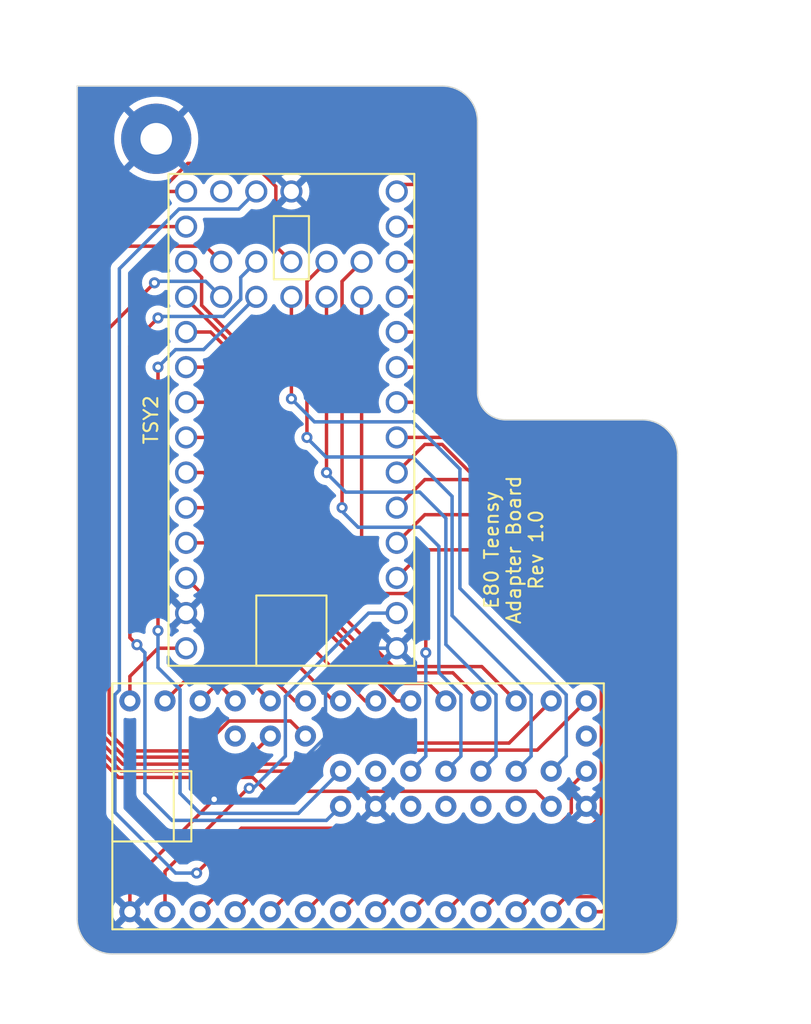
<source format=kicad_pcb>
(kicad_pcb (version 20221018) (generator pcbnew)
  (title_block (title "Teensy 4.0 to 3.2 Pinout Adapter") (date "2023-09-26") (rev "1.0"))
  (layers (0 "F.Cu" signal) (31 "B.Cu" signal) (34 "B.Paste" user) (35 "F.Paste" user) (36 "B.SilkS" user "B.Silkscreen") (37 "F.SilkS" user "F.Silkscreen") (38 "B.Mask" user) (39 "F.Mask" user) (44 "Edge.Cuts" user))
  (net 0 "")
  (net 4 "GND")
  (net 6 "D33")
  (net 7 "D32")
  (net 8 "RX")
  (net 9 "TX")
  (net 10 "BTN")
  (net 11 "1A")
  (net 12 "2A")
  (net 13 "3A")
  (net 14 "4A")
  (net 15 "EF_A")
  (net 16 "EF_B")
  (net 17 "EF_C")
  (net 18 "CS")
  (net 19 "MOSI")
  (net 20 "MISO")
  (net 21 "SCK")
  (net 22 "A0")
  (net 23 "A1")
  (net 24 "A2")
  (net 25 "A3")
  (net 26 "SDA")
  (net 27 "SCL")
  (net 28 "LED")
  (net 29 "I_SENSE")
  (net 30 "6A")
  (net 31 "5A")
  (net 32 "3.3")
  (net 33 "DIOD")
  (net 34 "A10")
  (net 35 "A11")
  (net 37 "PGRM")
  (net 38 "D29")
  (net 39 "D30")
  (net 40 "D31")
  (net 43 "D28")
  (net 44 "A13")
  (net 45 "A12")
  (footprint "MTB_V3:Teensy40" (layer "F.Cu") (at 138.684 91.44 90)
    (fp_text reference "TSY2" (at 0 -10.16 90) (layer "F.SilkS"))
    (fp_text value "Teensy4.0")
    (fp_line (start -17.78 -8.89) (end 17.78 -8.89) (stroke (width 0.15)) (layer "F.SilkS"))
    (fp_line (start -17.78 -2.54) (end -17.78 -2.54) (stroke (width 0.15)) (layer "F.SilkS"))
    (fp_line (start -17.78 2.54) (end -17.78 -2.54) (stroke (width 0.15)) (layer "F.SilkS"))
    (fp_line (start -17.78 2.54) (end -17.78 2.54) (stroke (width 0.15)) (layer "F.SilkS"))
    (fp_line (start -17.78 8.89) (end -17.78 -8.89) (stroke (width 0.15)) (layer "F.SilkS"))
    (fp_line (start -12.7 -2.54) (end -17.78 -2.54) (stroke (width 0.15)) (layer "F.SilkS"))
    (fp_line (start -12.7 2.54) (end -17.78 2.54) (stroke (width 0.15)) (layer "F.SilkS"))
    (fp_line (start -12.7 2.54) (end -12.7 -2.54) (stroke (width 0.15)) (layer "F.SilkS"))
    (fp_line (start 10.16 -1.27) (end 14.732 -1.27) (stroke (width 0.15)) (layer "F.SilkS"))
    (fp_line (start 10.16 1.27) (end 10.16 -1.27) (stroke (width 0.15)) (layer "F.SilkS"))
    (fp_line (start 14.732 -1.27) (end 14.732 1.27) (stroke (width 0.15)) (layer "F.SilkS"))
    (fp_line (start 14.732 1.27) (end 10.16 1.27) (stroke (width 0.15)) (layer "F.SilkS"))
    (fp_line (start 17.78 -8.89) (end 17.78 8.89) (stroke (width 0.15)) (layer "F.SilkS"))
    (fp_line (start 17.78 8.89) (end -17.78 8.89) (stroke (width 0.15)) (layer "F.SilkS"))
    (pad "1" thru_hole circle (at -16.51 7.62 90) (size 1.6 1.6) (drill 1.1) (layers "*.Cu" "*.Mask") (net 4 "GND"))
    (pad "2" thru_hole circle (at -13.97 7.62 90) (size 1.6 1.6) (drill 1.1) (layers "*.Cu" "*.Mask") (net 8 "RX"))
    (pad "3" thru_hole circle (at -11.43 7.62 90) (size 1.6 1.6) (drill 1.1) (layers "*.Cu" "*.Mask") (net 9 "TX"))
    (pad "4" thru_hole circle (at -8.89 7.62 90) (size 1.6 1.6) (drill 1.1) (layers "*.Cu" "*.Mask") (net 10 "BTN"))
    (pad "5" thru_hole circle (at -6.35 7.62 90) (size 1.6 1.6) (drill 1.1) (layers "*.Cu" "*.Mask") (net 11 "1A"))
    (pad "6" thru_hole circle (at -3.81 7.62 90) (size 1.6 1.6) (drill 1.1) (layers "*.Cu" "*.Mask") (net 12 "2A"))
    (pad "7" thru_hole circle (at -1.27 7.62 90) (size 1.6 1.6) (drill 1.1) (layers "*.Cu" "*.Mask") (net 13 "3A"))
    (pad "8" thru_hole circle (at 1.27 7.62 90) (size 1.6 1.6) (drill 1.1) (layers "*.Cu" "*.Mask") (net 14 "4A"))
    (pad "9" thru_hole circle (at 3.81 7.62 90) (size 1.6 1.6) (drill 1.1) (layers "*.Cu" "*.Mask") (net 15 "EF_A"))
    (pad "10" thru_hole circle (at 6.35 7.62 90) (size 1.6 1.6) (drill 1.1) (layers "*.Cu" "*.Mask") (net 16 "EF_B"))
    (pad "11" thru_hole circle (at 8.89 7.62 90) (size 1.6 1.6) (drill 1.1) (layers "*.Cu" "*.Mask") (net 17 "EF_C"))
    (pad "12" thru_hole circle (at 11.43 7.62 90) (size 1.6 1.6) (drill 1.1) (layers "*.Cu" "*.Mask") (net 18 "CS"))
    (pad "13" thru_hole circle (at 13.97 7.62 90) (size 1.6 1.6) (drill 1.1) (layers "*.Cu" "*.Mask") (net 19 "MOSI"))
    (pad "14" thru_hole circle (at 16.51 7.62 90) (size 1.6 1.6) (drill 1.1) (layers "*.Cu" "*.Mask") (net 20 "MISO"))
    (pad "17" thru_hole circle (at 16.51 0 90) (size 1.6 1.6) (drill 1.1) (layers "*.Cu" "*.Mask") (net 4 "GND"))
    (pad "18" thru_hole circle (at 16.51 -2.54 90) (size 1.6 1.6) (drill 1.1) (layers "*.Cu" "*.Mask") (net 37 "PGRM"))
    (pad "19" thru_hole circle (at 16.51 -5.08 90) (size 1.6 1.6) (drill 1.1) (layers "*.Cu" "*.Mask"))
    (pad "20" thru_hole circle (at 16.51 -7.62 90) (size 1.6 1.6) (drill 1.1) (layers "*.Cu" "*.Mask") (net 21 "SCK"))
    (pad "21" thru_hole circle (at 13.97 -7.62 90) (size 1.6 1.6) (drill 1.1) (layers "*.Cu" "*.Mask") (net 22 "A0"))
    (pad "22" thru_hole circle (at 11.43 -7.62 90) (size 1.6 1.6) (drill 1.1) (layers "*.Cu" "*.Mask") (net 23 "A1"))
    (pad "23" thru_hole circle (at 8.89 -7.62 90) (size 1.6 1.6) (drill 1.1) (layers "*.Cu" "*.Mask") (net 24 "A2"))
    (pad "24" thru_hole circle (at 6.35 -7.62 90) (size 1.6 1.6) (drill 1.1) (layers "*.Cu" "*.Mask") (net 25 "A3"))
    (pad "25" thru_hole circle (at 3.81 -7.62 90) (size 1.6 1.6) (drill 1.1) (layers "*.Cu" "*.Mask") (net 26 "SDA"))
    (pad "26" thru_hole circle (at 1.27 -7.62 90) (size 1.6 1.6) (drill 1.1) (layers "*.Cu" "*.Mask") (net 27 "SCL"))
    (pad "27" thru_hole circle (at -1.27 -7.62 90) (size 1.6 1.6) (drill 1.1) (layers "*.Cu" "*.Mask") (net 28 "LED"))
    (pad "28" thru_hole circle (at -3.81 -7.62 90) (size 1.6 1.6) (drill 1.1) (layers "*.Cu" "*.Mask") (net 29 "I_SENSE"))
    (pad "29" thru_hole circle (at -6.35 -7.62 90) (size 1.6 1.6) (drill 1.1) (layers "*.Cu" "*.Mask") (net 30 "6A"))
    (pad "30" thru_hole circle (at -8.89 -7.62 90) (size 1.6 1.6) (drill 1.1) (layers "*.Cu" "*.Mask") (net 31 "5A"))
    (pad "31" thru_hole circle (at -11.43 -7.62 90) (size 1.6 1.6) (drill 1.1) (layers "*.Cu" "*.Mask") (net 32 "3.3"))
    (pad "32" thru_hole circle (at -13.97 -7.62 90) (size 1.6 1.6) (drill 1.1) (layers "*.Cu" "*.Mask") (net 4 "GND"))
    (pad "33" thru_hole circle (at -16.51 -7.62 90) (size 1.6 1.6) (drill 1.1) (layers "*.Cu" "*.Mask") (net 33 "DIOD"))
    (pad "34" thru_hole circle (at 11.43 -5.08 90) (size 1.6 1.6) (drill 1.1) (layers "*.Cu" "*.Mask") (net 34 "A10"))
    (pad "35" thru_hole circle (at 8.89 -5.08 90) (size 1.6 1.6) (drill 1.1) (layers "*.Cu" "*.Mask") (net 35 "A11"))
    (pad "36" thru_hole circle (at 11.43 -2.54 90) (size 1.6 1.6) (drill 1.1) (layers "*.Cu" "*.Mask") (net 45 "A12"))
    (pad "37" thru_hole circle (at 8.89 -2.54 90) (size 1.6 1.6) (drill 1.1) (layers "*.Cu" "*.Mask") (net 44 "A13"))
    (pad "38" thru_hole circle (at 11.43 0 90) (size 1.6 1.6) (drill 1.1) (layers "*.Cu" "*.Mask") (net 43 "D28"))
    (pad "39" thru_hole circle (at 8.89 0 90) (size 1.6 1.6) (drill 1.1) (layers "*.Cu" "*.Mask") (net 38 "D29"))
    (pad "40" thru_hole circle (at 11.43 2.54 90) (size 1.6 1.6) (drill 1.1) (layers "*.Cu" "*.Mask") (net 39 "D30"))
    (pad "41" thru_hole circle (at 8.89 2.54 90) (size 1.6 1.6) (drill 1.1) (layers "*.Cu" "*.Mask") (net 40 "D31"))
    (pad "42" thru_hole circle (at 11.43 5.08 90) (size 1.6 1.6) (drill 1.1) (layers "*.Cu" "*.Mask") (net 7 "D32"))
    (pad "43" thru_hole circle (at 8.89 5.08 90) (size 1.6 1.6) (drill 1.1) (layers "*.Cu" "*.Mask") (net 6 "D33"))
  )
  (footprint "MTB_V2_Footprints:Teensy" (layer "F.Cu") (at 127 127)
    (fp_text reference "TSY1" hide)
    (fp_text value "Teensy3.2")
    (fp_line (start -1.27 -16.51) (end 34.29 -16.51) (stroke (width 0.15)) (layer "F.SilkS"))
    (fp_line (start -1.27 -10.16) (end 4.445 -10.16) (stroke (width 0.15)) (layer "F.SilkS"))
    (fp_line (start -1.27 1.27) (end -1.27 -16.51) (stroke (width 0.15)) (layer "F.SilkS"))
    (fp_line (start 3.175 -10.16) (end 3.175 -5.08) (stroke (width 0.15)) (layer "F.SilkS"))
    (fp_line (start 4.445 -10.16) (end 4.445 -5.08) (stroke (width 0.15)) (layer "F.SilkS"))
    (fp_line (start 4.445 -5.08) (end -1.27 -5.08) (stroke (width 0.15)) (layer "F.SilkS"))
    (fp_line (start 34.29 -16.51) (end 34.29 1.27) (stroke (width 0.15)) (layer "F.SilkS"))
    (fp_line (start 34.29 1.27) (end -1.27 1.27) (stroke (width 0.15)) (layer "F.SilkS"))
    (pad "1" thru_hole circle (at 0 0) (size 1.524 1.524) (drill 0.8128) (layers "*.Cu" "*.Mask") (net 4 "GND"))
    (pad "2" thru_hole circle (at 2.54 0) (size 1.524 1.524) (drill 0.8128) (layers "*.Cu" "*.Mask") (net 8 "RX"))
    (pad "3" thru_hole circle (at 5.08 0) (size 1.524 1.524) (drill 0.8128) (layers "*.Cu" "*.Mask") (net 9 "TX"))
    (pad "4" thru_hole circle (at 7.62 0) (size 1.524 1.524) (drill 0.8128) (layers "*.Cu" "*.Mask") (net 10 "BTN"))
    (pad "5" thru_hole circle (at 10.16 0) (size 1.524 1.524) (drill 0.8128) (layers "*.Cu" "*.Mask") (net 11 "1A"))
    (pad "6" thru_hole circle (at 12.7 0) (size 1.524 1.524) (drill 0.8128) (layers "*.Cu" "*.Mask") (net 12 "2A"))
    (pad "7" thru_hole circle (at 15.24 0) (size 1.524 1.524) (drill 0.8128) (layers "*.Cu" "*.Mask") (net 13 "3A"))
    (pad "8" thru_hole circle (at 17.78 0) (size 1.524 1.524) (drill 0.8128) (layers "*.Cu" "*.Mask") (net 14 "4A"))
    (pad "9" thru_hole circle (at 20.32 0) (size 1.524 1.524) (drill 0.8128) (layers "*.Cu" "*.Mask") (net 15 "EF_A"))
    (pad "10" thru_hole circle (at 22.86 0) (size 1.524 1.524) (drill 0.8128) (layers "*.Cu" "*.Mask") (net 16 "EF_B"))
    (pad "11" thru_hole circle (at 25.4 0) (size 1.524 1.524) (drill 0.8128) (layers "*.Cu" "*.Mask") (net 17 "EF_C"))
    (pad "12" thru_hole circle (at 27.94 0) (size 1.524 1.524) (drill 0.8128) (layers "*.Cu" "*.Mask") (net 18 "CS"))
    (pad "13" thru_hole circle (at 30.48 0) (size 1.524 1.524) (drill 0.8128) (layers "*.Cu" "*.Mask") (net 19 "MOSI"))
    (pad "14" thru_hole circle (at 33.02 0) (size 1.524 1.524) (drill 0.8128) (layers "*.Cu" "*.Mask") (net 20 "MISO"))
    (pad "15" thru_hole circle (at 33.02 -15.24) (size 1.524 1.524) (drill 0.8128) (layers "*.Cu" "*.Mask") (net 21 "SCK"))
    (pad "16" thru_hole circle (at 30.48 -15.24) (size 1.524 1.524) (drill 0.8128) (layers "*.Cu" "*.Mask") (net 22 "A0"))
    (pad "17" thru_hole circle (at 27.94 -15.24) (size 1.524 1.524) (drill 0.8128) (layers "*.Cu" "*.Mask") (net 23 "A1"))
    (pad "18" thru_hole circle (at 25.4 -15.24) (size 1.524 1.524) (drill 0.8128) (layers "*.Cu" "*.Mask") (net 24 "A2"))
    (pad "19" thru_hole circle (at 22.86 -15.24) (size 1.524 1.524) (drill 0.8128) (layers "*.Cu" "*.Mask") (net 25 "A3"))
    (pad "20" thru_hole circle (at 20.32 -15.24) (size 1.524 1.524) (drill 0.8128) (layers "*.Cu" "*.Mask") (net 26 "SDA"))
    (pad "21" thru_hole circle (at 17.78 -15.24) (size 1.524 1.524) (drill 0.8128) (layers "*.Cu" "*.Mask") (net 27 "SCL"))
    (pad "22" thru_hole circle (at 15.24 -15.24) (size 1.524 1.524) (drill 0.8128) (layers "*.Cu" "*.Mask") (net 28 "LED"))
    (pad "23" thru_hole circle (at 12.7 -15.24) (size 1.524 1.524) (drill 0.8128) (layers "*.Cu" "*.Mask") (net 29 "I_SENSE"))
    (pad "24" thru_hole circle (at 10.16 -15.24) (size 1.524 1.524) (drill 0.8128) (layers "*.Cu" "*.Mask") (net 30 "6A"))
    (pad "25" thru_hole circle (at 7.62 -15.24) (size 1.524 1.524) (drill 0.8128) (layers "*.Cu" "*.Mask") (net 31 "5A"))
    (pad "26" thru_hole circle (at 5.08 -15.24) (size 1.524 1.524) (drill 0.8128) (layers "*.Cu" "*.Mask") (net 32 "3.3"))
    (pad "27" thru_hole circle (at 2.54 -15.24) (size 1.524 1.524) (drill 0.8128) (layers "*.Cu" "*.Mask") (net 4 "GND"))
    (pad "28" thru_hole circle (at 0 -15.24) (size 1.524 1.524) (drill 0.8128) (layers "*.Cu" "*.Mask") (net 33 "DIOD"))
    (pad "31" thru_hole circle (at 33.02 -7.62) (size 1.524 1.524) (drill 0.8128) (layers "*.Cu" "*.Mask") (net 4 "GND"))
    (pad "32" thru_hole circle (at 33.02 -10.16) (size 1.524 1.524) (drill 0.8128) (layers "*.Cu" "*.Mask") (net 37 "PGRM"))
    (pad "33" thru_hole circle (at 33.02 -12.7) (size 1.524 1.524) (drill 0.8128) (layers "*.Cu" "*.Mask"))
    (pad "34" thru_hole circle (at 15.24 -7.62) (size 1.524 1.524) (drill 0.8128) (layers "*.Cu" "*.Mask") (net 45 "A12"))
    (pad "35" thru_hole circle (at 17.78 -7.62) (size 1.524 1.524) (drill 0.8128) (layers "*.Cu" "*.Mask") (net 4 "GND"))
    (pad "36" thru_hole circle (at 20.32 -7.62) (size 1.524 1.524) (drill 0.8128) (layers "*.Cu" "*.Mask"))
    (pad "37" thru_hole circle (at 22.86 -7.62) (size 1.524 1.524) (drill 0.8128) (layers "*.Cu" "*.Mask"))
    (pad "38" thru_hole circle (at 25.4 -7.62) (size 1.524 1.524) (drill 0.8128) (layers "*.Cu" "*.Mask"))
    (pad "39" thru_hole circle (at 27.94 -7.62) (size 1.524 1.524) (drill 0.8128) (layers "*.Cu" "*.Mask"))
    (pad "40" thru_hole circle (at 30.48 -7.62) (size 1.524 1.524) (drill 0.8128) (layers "*.Cu" "*.Mask") (net 43 "D28"))
    (pad "41" thru_hole circle (at 30.48 -10.16) (size 1.524 1.524) (drill 0.8128) (layers "*.Cu" "*.Mask") (net 38 "D29"))
    (pad "42" thru_hole circle (at 27.94 -10.16) (size 1.524 1.524) (drill 0.8128) (layers "*.Cu" "*.Mask") (net 39 "D30"))
    (pad "43" thru_hole circle (at 25.4 -10.16) (size 1.524 1.524) (drill 0.8128) (layers "*.Cu" "*.Mask") (net 40 "D31"))
    (pad "44" thru_hole circle (at 22.86 -10.16) (size 1.524 1.524) (drill 0.8128) (layers "*.Cu" "*.Mask") (net 7 "D32"))
    (pad "45" thru_hole circle (at 20.32 -10.16) (size 1.524 1.524) (drill 0.8128) (layers "*.Cu" "*.Mask") (net 6 "D33"))
    (pad "46" thru_hole circle (at 17.78 -10.16) (size 1.524 1.524) (drill 0.8128) (layers "*.Cu" "*.Mask"))
    (pad "47" thru_hole circle (at 15.24 -10.16) (size 1.524 1.524) (drill 0.8128) (layers "*.Cu" "*.Mask") (net 44 "A13"))
    (pad "48" thru_hole circle (at 12.7 -12.7) (size 1.524 1.524) (drill 0.8128) (layers "*.Cu" "*.Mask") (net 35 "A11"))
    (pad "49" thru_hole circle (at 10.16 -12.7) (size 1.524 1.524) (drill 0.8128) (layers "*.Cu" "*.Mask") (net 34 "A10"))
    (pad "50" thru_hole circle (at 7.62 -12.7) (size 1.524 1.524) (drill 0.8128) (layers "*.Cu" "*.Mask"))
  )
  (footprint "" (layer "F.Cu") (at 128.905 71.12)
    (fp_text reference "" (at 0 0) (layer "F.SilkS") (effects (font (size 1.27 1.27))))
    (fp_text value "" (at 0 0) (layer "F.SilkS") (effects (font (size 1.27 1.27))))
    (pad "1" thru_hole circle (at 0 0) (size 5.08 5.08) (drill 2.286) (layers "*.Cu" "*.Mask") (net 4 "GND"))
  )
  (gr_line (start 123.19 67.31) (end 149.606 67.31) (stroke (width 0.1)) (layer "Edge.Cuts"))
  (gr_line (start 123.19 67.31) (end 123.19 127.508) (stroke (width 0.1)) (layer "Edge.Cuts"))
  (gr_arc (start 125.73 130.048) (mid 123.933949 129.304051) (end 123.19 127.508) (stroke (width 0.1)) (layer "Edge.Cuts"))
  (gr_line (start 164.084 130.048) (end 125.73 130.048) (stroke (width 0.1)) (layer "Edge.Cuts"))
  (gr_arc (start 166.624 127.508) (mid 165.880051 129.304051) (end 164.084 130.048) (stroke (width 0.1)) (layer "Edge.Cuts"))
  (gr_arc (start 154.178 91.44) (mid 152.741159 90.844841) (end 152.146 89.408) (stroke (width 0.1)) (layer "Edge.Cuts"))
  (gr_line (start 152.146 89.408) (end 152.146 69.85) (stroke (width 0.1)) (layer "Edge.Cuts"))
  (gr_arc (start 149.606 67.31) (mid 151.402051 68.053949) (end 152.146 69.85) (stroke (width 0.1)) (layer "Edge.Cuts"))
  (gr_line (start 166.624 93.98) (end 166.624 127.508) (stroke (width 0.1)) (layer "Edge.Cuts"))
  (gr_arc (start 164.084 91.44) (mid 165.880051 92.183949) (end 166.624 93.98) (stroke (width 0.1)) (layer "Edge.Cuts"))
  (gr_line (start 154.178 91.44) (end 164.084 91.44) (stroke (width 0.1)) (layer "Edge.Cuts"))
  (gr_text "E80 Teensy\nAdapter Board\nRev 1.0" (at 156.972 100.838 90) (layer "F.SilkS") (effects (font (size 1 1)) (justify bottom)))
  (segment (start 127 124.968) (end 127 127) (width 0.25) (layer "F.Cu") (net 4))
  (segment (start 132.588 106.934) (end 132.588 108.712) (width 0.25) (layer "F.Cu") (net 4))
  (segment (start 132.588 108.712) (end 129.54 111.76) (width 0.25) (layer "F.Cu") (net 4))
  (segment (start 131.064 105.41) (end 132.588 106.934) (width 0.25) (layer "F.Cu") (net 4))
  (segment (start 133.096 118.872) (end 127 124.968) (width 0.25) (layer "F.Cu") (net 4))
  (via (at 133.096 118.872) (size 0.8) (drill 0.4) (layers "F.Cu" "B.Cu") (net 4))
  (segment (start 144.272 107.95) (end 146.304 107.95) (width 0.25) (layer "B.Cu") (net 4))
  (segment (start 141.153 111.069) (end 144.272 107.95) (width 0.25) (layer "B.Cu") (net 4))
  (segment (start 140.150251 115.387) (end 141.153 114.384251) (width 0.25) (layer "B.Cu") (net 4))
  (segment (start 136.661305 118.872) (end 137.885 117.648305) (width 0.25) (layer "B.Cu") (net 4))
  (segment (start 133.096 118.872) (end 136.661305 118.872) (width 0.25) (layer "B.Cu") (net 4))
  (segment (start 137.885 117.639) (end 140.137 115.387) (width 0.25) (layer "B.Cu") (net 4))
  (segment (start 141.153 114.384251) (end 141.153 111.069) (width 0.25) (layer "B.Cu") (net 4))
  (segment (start 137.885 117.648305) (end 137.885 117.639) (width 0.25) (layer "B.Cu") (net 4))
  (segment (start 140.137 115.387) (end 140.150251 115.387) (width 0.25) (layer "B.Cu") (net 4))
  (segment (start 148.407 108.275) (end 148.407 105.227) (width 0.25) (layer "F.Cu") (net 6))
  (segment (start 143.764 102.362) (end 143.764 82.55) (width 0.25) (layer "F.Cu") (net 6))
  (segment (start 147.175 103.995) (end 145.397 103.995) (width 0.25) (layer "F.Cu") (net 6))
  (segment (start 148.407 105.227) (end 147.175 103.995) (width 0.25) (layer "F.Cu") (net 6))
  (segment (start 145.397 103.995) (end 143.764 102.362) (width 0.25) (layer "F.Cu") (net 6))
  (via (at 148.407 108.275) (size 0.8) (drill 0.4) (layers "F.Cu" "B.Cu") (net 6))
  (segment (start 148.407 115.753) (end 147.32 116.84) (width 0.25) (layer "B.Cu") (net 6))
  (segment (start 148.407 108.275) (end 148.407 115.753) (width 0.25) (layer "B.Cu") (net 6))
  (segment (start 142.349 81.425) (end 143.764 80.01) (width 0.25) (layer "F.Cu") (net 7))
  (segment (start 142.349 97.79) (end 142.349 81.425) (width 0.25) (layer "F.Cu") (net 7))
  (via (at 142.349 97.79) (size 0.8) (drill 0.4) (layers "F.Cu" "B.Cu") (net 7))
  (segment (start 143.51 99.205) (end 147.973 99.205) (width 0.25) (layer "B.Cu") (net 7))
  (segment (start 149.352 100.584) (end 149.352 109.714749) (width 0.25) (layer "B.Cu") (net 7))
  (segment (start 149.352 109.714749) (end 150.947 111.309749) (width 0.25) (layer "B.Cu") (net 7))
  (segment (start 150.947 111.309749) (end 150.947 115.753) (width 0.25) (layer "B.Cu") (net 7))
  (segment (start 142.349 97.79) (end 142.349 98.044) (width 0.25) (layer "B.Cu") (net 7))
  (segment (start 142.349 98.044) (end 143.51 99.205) (width 0.25) (layer "B.Cu") (net 7))
  (segment (start 147.973 99.205) (end 149.352 100.584) (width 0.25) (layer "B.Cu") (net 7))
  (segment (start 150.947 115.753) (end 149.86 116.84) (width 0.25) (layer "B.Cu") (net 7))
  (segment (start 135.547896 118.0725) (end 129.54 124.080396) (width 0.25) (layer "F.Cu") (net 8))
  (segment (start 129.54 124.080396) (end 129.54 127) (width 0.25) (layer "F.Cu") (net 8))
  (segment (start 135.636 118.0725) (end 135.547896 118.0725) (width 0.25) (layer "F.Cu") (net 8))
  (via (at 135.636 118.0725) (size 0.8) (drill 0.4) (layers "F.Cu" "B.Cu") (net 8))
  (segment (start 135.636 118.0725) (end 135.9275 118.0725) (width 0.25) (layer "B.Cu") (net 8))
  (segment (start 138.247 111.435) (end 144.272 105.41) (width 0.25) (layer "B.Cu") (net 8))
  (segment (start 144.272 105.41) (end 146.304 105.41) (width 0.25) (layer "B.Cu") (net 8))
  (segment (start 138.247 115.753) (end 138.247 111.435) (width 0.25) (layer "B.Cu") (net 8))
  (segment (start 135.9275 118.0725) (end 138.247 115.753) (width 0.25) (layer "B.Cu") (net 8))
  (segment (start 137.667 121.413) (end 132.08 127) (width 0.25) (layer "F.Cu") (net 9))
  (segment (start 159.756624 121.413) (end 137.667 121.413) (width 0.25) (layer "F.Cu") (net 9))
  (segment (start 148.336 100.838) (end 155.305644 100.838) (width 0.25) (layer "F.Cu") (net 9))
  (segment (start 161.107 120.062624) (end 159.756624 121.413) (width 0.25) (layer "F.Cu") (net 9))
  (segment (start 155.305644 100.838) (end 161.107 106.639356) (width 0.25) (layer "F.Cu") (net 9))
  (segment (start 146.304 102.87) (end 148.336 100.838) (width 0.25) (layer "F.Cu") (net 9))
  (segment (start 161.107 106.639356) (end 161.107 120.062624) (width 0.25) (layer "F.Cu") (net 9))
  (segment (start 161.616 120.19002) (end 159.94302 121.863) (width 0.25) (layer "F.Cu") (net 10))
  (segment (start 146.304 100.33) (end 148.336 98.298) (width 0.25) (layer "F.Cu") (net 10))
  (segment (start 159.94302 121.863) (end 139.757 121.863) (width 0.25) (layer "F.Cu") (net 10))
  (segment (start 161.616 106.51196) (end 161.616 120.19002) (width 0.25) (layer "F.Cu") (net 10))
  (segment (start 148.336 98.298) (end 153.40204 98.298) (width 0.25) (layer "F.Cu") (net 10))
  (segment (start 139.757 121.863) (end 134.62 127) (width 0.25) (layer "F.Cu") (net 10))
  (segment (start 153.40204 98.298) (end 161.616 106.51196) (width 0.25) (layer "F.Cu") (net 10))
  (segment (start 162.066 106.325564) (end 162.066 120.376416) (width 0.25) (layer "F.Cu") (net 11))
  (segment (start 151.498436 95.758) (end 162.066 106.325564) (width 0.25) (layer "F.Cu") (net 11))
  (segment (start 160.129416 122.313) (end 141.847 122.313) (width 0.25) (layer "F.Cu") (net 11))
  (segment (start 148.336 95.758) (end 151.498436 95.758) (width 0.25) (layer "F.Cu") (net 11))
  (segment (start 146.304 97.79) (end 148.336 95.758) (width 0.25) (layer "F.Cu") (net 11))
  (segment (start 141.847 122.313) (end 137.16 127) (width 0.25) (layer "F.Cu") (net 11))
  (segment (start 162.066 120.376416) (end 160.129416 122.313) (width 0.25) (layer "F.Cu") (net 11))
  (segment (start 162.516 106.139168) (end 162.516 120.562812) (width 0.25) (layer "F.Cu") (net 12))
  (segment (start 149.594832 93.218) (end 162.516 106.139168) (width 0.25) (layer "F.Cu") (net 12))
  (segment (start 143.937 122.763) (end 139.7 127) (width 0.25) (layer "F.Cu") (net 12))
  (segment (start 146.304 95.25) (end 148.336 93.218) (width 0.25) (layer "F.Cu") (net 12))
  (segment (start 148.336 93.218) (end 149.594832 93.218) (width 0.25) (layer "F.Cu") (net 12))
  (segment (start 160.315812 122.763) (end 143.937 122.763) (width 0.25) (layer "F.Cu") (net 12))
  (segment (start 162.516 120.562812) (end 160.315812 122.763) (width 0.25) (layer "F.Cu") (net 12))
  (segment (start 160.502208 123.213) (end 146.027 123.213) (width 0.25) (layer "F.Cu") (net 13))
  (segment (start 149.723228 92.71) (end 162.966 105.952772) (width 0.25) (layer "F.Cu") (net 13))
  (segment (start 162.966 120.749208) (end 160.502208 123.213) (width 0.25) (layer "F.Cu") (net 13))
  (segment (start 146.304 92.71) (end 149.723228 92.71) (width 0.25) (layer "F.Cu") (net 13))
  (segment (start 162.966 105.952772) (end 162.966 120.749208) (width 0.25) (layer "F.Cu") (net 13))
  (segment (start 146.027 123.213) (end 142.24 127) (width 0.25) (layer "F.Cu") (net 13))
  (segment (start 146.304 90.17) (end 147.819624 90.17) (width 0.25) (layer "F.Cu") (net 14))
  (segment (start 163.416 120.935604) (end 160.688604 123.663) (width 0.25) (layer "F.Cu") (net 14))
  (segment (start 160.688604 123.663) (end 148.117 123.663) (width 0.25) (layer "F.Cu") (net 14))
  (segment (start 163.416 105.766376) (end 163.416 120.935604) (width 0.25) (layer "F.Cu") (net 14))
  (segment (start 147.819624 90.17) (end 163.416 105.766376) (width 0.25) (layer "F.Cu") (net 14))
  (segment (start 148.117 123.663) (end 144.78 127) (width 0.25) (layer "F.Cu") (net 14))
  (segment (start 149.642 91.35598) (end 163.866 105.57998) (width 0.25) (layer "F.Cu") (net 15))
  (segment (start 149.642 89.698) (end 149.642 91.35598) (width 0.25) (layer "F.Cu") (net 15))
  (segment (start 146.304 87.63) (end 147.574 87.63) (width 0.25) (layer "F.Cu") (net 15))
  (segment (start 160.875 124.113) (end 150.207 124.113) (width 0.25) (layer "F.Cu") (net 15))
  (segment (start 163.866 105.57998) (end 163.866 121.122) (width 0.25) (layer "F.Cu") (net 15))
  (segment (start 147.574 87.63) (end 149.642 89.698) (width 0.25) (layer "F.Cu") (net 15))
  (segment (start 163.866 121.122) (end 160.875 124.113) (width 0.25) (layer "F.Cu") (net 15))
  (segment (start 150.207 124.113) (end 147.32 127) (width 0.25) (layer "F.Cu") (net 15))
  (segment (start 164.316 121.308396) (end 164.316 105.393584) (width 0.25) (layer "F.Cu") (net 16))
  (segment (start 152.297 124.563) (end 161.061396 124.563) (width 0.25) (layer "F.Cu") (net 16))
  (segment (start 150.092 91.169584) (end 150.092 86.846) (width 0.25) (layer "F.Cu") (net 16))
  (segment (start 161.061396 124.563) (end 164.316 121.308396) (width 0.25) (layer "F.Cu") (net 16))
  (segment (start 149.86 127) (end 152.297 124.563) (width 0.25) (layer "F.Cu") (net 16))
  (segment (start 148.336 85.09) (end 146.304 85.09) (width 0.25) (layer "F.Cu") (net 16))
  (segment (start 164.316 105.393584) (end 150.092 91.169584) (width 0.25) (layer "F.Cu") (net 16))
  (segment (start 150.092 86.846) (end 148.336 85.09) (width 0.25) (layer "F.Cu") (net 16))
  (segment (start 150.542 90.983188) (end 164.766 105.207188) (width 0.25) (layer "F.Cu") (net 17))
  (segment (start 161.247792 125.013) (end 154.387 125.013) (width 0.25) (layer "F.Cu") (net 17))
  (segment (start 154.387 125.013) (end 152.4 127) (width 0.25) (layer "F.Cu") (net 17))
  (segment (start 164.766 105.207188) (end 164.766 121.494792) (width 0.25) (layer "F.Cu") (net 17))
  (segment (start 146.304 82.55) (end 150.368 82.55) (width 0.25) (layer "F.Cu") (net 17))
  (segment (start 150.542 82.724) (end 150.542 90.983188) (width 0.25) (layer "F.Cu") (net 17))
  (segment (start 164.766 121.494792) (end 161.247792 125.013) (width 0.25) (layer "F.Cu") (net 17))
  (segment (start 150.368 82.55) (end 150.542 82.724) (width 0.25) (layer "F.Cu") (net 17))
  (segment (start 161.434188 125.463) (end 165.216 121.681188) (width 0.25) (layer "F.Cu") (net 18))
  (segment (start 156.477 125.463) (end 161.434188 125.463) (width 0.25) (layer "F.Cu") (net 18))
  (segment (start 154.94 127) (end 156.477 125.463) (width 0.25) (layer "F.Cu") (net 18))
  (segment (start 165.216 105.020792) (end 150.992 90.796792) (width 0.25) (layer "F.Cu") (net 18))
  (segment (start 150.368 80.01) (end 146.304 80.01) (width 0.25) (layer "F.Cu") (net 18))
  (segment (start 150.992 80.634) (end 150.368 80.01) (width 0.25) (layer "F.Cu") (net 18))
  (segment (start 165.216 121.681188) (end 165.216 105.020792) (width 0.25) (layer "F.Cu") (net 18))
  (segment (start 150.992 90.796792) (end 150.992 80.634) (width 0.25) (layer "F.Cu") (net 18))
  (segment (start 161.620584 125.913) (end 165.666 121.867584) (width 0.25) (layer "F.Cu") (net 19))
  (segment (start 150.368 77.47) (end 146.304 77.47) (width 0.25) (layer "F.Cu") (net 19))
  (segment (start 165.666 104.834396) (end 151.442 90.610396) (width 0.25) (layer "F.Cu") (net 19))
  (segment (start 151.442 90.610396) (end 151.442 78.544) (width 0.25) (layer "F.Cu") (net 19))
  (segment (start 157.48 127) (end 158.567 125.913) (width 0.25) (layer "F.Cu") (net 19))
  (segment (start 158.567 125.913) (end 161.620584 125.913) (width 0.25) (layer "F.Cu") (net 19))
  (segment (start 165.666 121.867584) (end 165.666 104.834396) (width 0.25) (layer "F.Cu") (net 19))
  (segment (start 151.442 78.544) (end 150.368 77.47) (width 0.25) (layer "F.Cu") (net 19))
  (segment (start 161.16998 127) (end 166.116 122.05398) (width 0.25) (layer "F.Cu") (net 20))
  (segment (start 166.116 122.05398) (end 166.116 104.648) (width 0.25) (layer "F.Cu") (net 20))
  (segment (start 166.116 104.648) (end 151.892 90.424) (width 0.25) (layer "F.Cu") (net 20))
  (segment (start 151.892 76.708) (end 149.606 74.422) (width 0.25) (layer "F.Cu") (net 20))
  (segment (start 149.606 74.422) (end 146.812 74.422) (width 0.25) (layer "F.Cu") (net 20))
  (segment (start 146.812 74.422) (end 146.304 74.93) (width 0.25) (layer "F.Cu") (net 20))
  (segment (start 160.02 127) (end 161.16998 127) (width 0.25) (layer "F.Cu") (net 20))
  (segment (start 151.892 90.424) (end 151.892 76.708) (width 0.25) (layer "F.Cu") (net 20))
  (segment (start 127.254 74.93) (end 124.148 78.036) (width 0.25) (layer "F.Cu") (net 21))
  (segment (start 156.464 115.316) (end 160.02 111.76) (width 0.25) (layer "F.Cu") (net 21))
  (segment (start 124.148 78.036) (end 124.148 114.624396) (width 0.25) (layer "F.Cu") (net 21))
  (segment (start 141.860396 115.316) (end 156.464 115.316) (width 0.25) (layer "F.Cu") (net 21))
  (segment (start 131.064 74.93) (end 127.254 74.93) (width 0.25) (layer "F.Cu") (net 21))
  (segment (start 140.336396 116.84) (end 141.860396 115.316) (width 0.25) (layer "F.Cu") (net 21))
  (segment (start 126.363604 116.84) (end 140.336396 116.84) (width 0.25) (layer "F.Cu") (net 21))
  (segment (start 124.148 114.624396) (end 126.363604 116.84) (width 0.25) (layer "F.Cu") (net 21))
  (segment (start 141.732 114.808) (end 140.208 116.332) (width 0.25) (layer "F.Cu") (net 22))
  (segment (start 154.432 114.808) (end 141.732 114.808) (width 0.25) (layer "F.Cu") (net 22))
  (segment (start 157.48 111.76) (end 154.432 114.808) (width 0.25) (layer "F.Cu") (net 22))
  (segment (start 126.492 116.332) (end 124.598 114.438) (width 0.25) (layer "F.Cu") (net 22))
  (segment (start 124.598 114.438) (end 124.598 79.618) (width 0.25) (layer "F.Cu") (net 22))
  (segment (start 124.598 79.618) (end 126.746 77.47) (width 0.25) (layer "F.Cu") (net 22))
  (segment (start 126.746 77.47) (end 131.064 77.47) (width 0.25) (layer "F.Cu") (net 22))
  (segment (start 140.208 116.332) (end 126.492 116.332) (width 0.25) (layer "F.Cu") (net 22))
  (segment (start 132.189 83.164208) (end 132.189 81.135) (width 0.25) (layer "F.Cu") (net 23))
  (segment (start 132.189 81.135) (end 131.064 80.01) (width 0.25) (layer "F.Cu") (net 23))
  (segment (start 137.668 88.643208) (end 132.189 83.164208) (width 0.25) (layer "F.Cu") (net 23))
  (segment (start 152.458 109.278) (end 146.041009 109.278) (width 0.25) (layer "F.Cu") (net 23))
  (segment (start 146.041009 109.278) (end 137.668 100.904991) (width 0.25) (layer "F.Cu") (net 23))
  (segment (start 137.668 100.904991) (end 137.668 88.643208) (width 0.25) (layer "F.Cu") (net 23))
  (segment (start 154.94 111.76) (end 152.458 109.278) (width 0.25) (layer "F.Cu") (net 23))
  (segment (start 137.102 101.271957) (end 145.558043 109.728) (width 0.25) (layer "F.Cu") (net 24))
  (segment (start 137.102 88.713604) (end 137.102 101.271957) (width 0.25) (layer "F.Cu") (net 24))
  (segment (start 150.368 109.728) (end 152.4 111.76) (width 0.25) (layer "F.Cu") (net 24))
  (segment (start 131.064 82.55) (end 131.064 82.675604) (width 0.25) (layer "F.Cu") (net 24))
  (segment (start 131.064 82.675604) (end 137.102 88.713604) (width 0.25) (layer "F.Cu") (net 24))
  (segment (start 131.064 82.55) (end 131.064 82.804) (width 0.25) (layer "F.Cu") (net 24))
  (segment (start 145.558043 109.728) (end 150.368 109.728) (width 0.25) (layer "F.Cu") (net 24))
  (segment (start 145.683647 110.49) (end 136.652 101.458353) (width 0.25) (layer "F.Cu") (net 25))
  (segment (start 149.86 111.76) (end 148.59 110.49) (width 0.25) (layer "F.Cu") (net 25))
  (segment (start 136.652 88.9) (end 132.842 85.09) (width 0.25) (layer "F.Cu") (net 25))
  (segment (start 132.842 85.09) (end 131.064 85.09) (width 0.25) (layer "F.Cu") (net 25))
  (segment (start 136.652 101.458353) (end 136.652 88.9) (width 0.25) (layer "F.Cu") (net 25))
  (segment (start 148.59 110.49) (end 145.683647 110.49) (width 0.25) (layer "F.Cu") (net 25))
  (segment (start 136.144 91.44) (end 136.144 101.6) (width 0.25) (layer "F.Cu") (net 26))
  (segment (start 145.217 110.673) (end 145.230251 110.673) (width 0.25) (layer "F.Cu") (net 26))
  (segment (start 131.064 87.63) (end 132.334 87.63) (width 0.25) (layer "F.Cu") (net 26))
  (segment (start 145.867 111.309749) (end 145.867 111.323) (width 0.25) (layer "F.Cu") (net 26))
  (segment (start 132.334 87.63) (end 136.144 91.44) (width 0.25) (layer "F.Cu") (net 26))
  (segment (start 146.304 111.76) (end 147.32 111.76) (width 0.25) (layer "F.Cu") (net 26))
  (segment (start 145.230251 110.673) (end 145.867 111.309749) (width 0.25) (layer "F.Cu") (net 26))
  (segment (start 136.144 101.6) (end 145.217 110.673) (width 0.25) (layer "F.Cu") (net 26))
  (segment (start 145.867 111.323) (end 146.304 111.76) (width 0.25) (layer "F.Cu") (net 26))
  (segment (start 132.842 90.17) (end 135.636 92.964) (width 0.25) (layer "F.Cu") (net 27))
  (segment (start 144.018 111.76) (end 144.78 111.76) (width 0.25) (layer "F.Cu") (net 27))
  (segment (start 131.064 90.17) (end 132.842 90.17) (width 0.25) (layer "F.Cu") (net 27))
  (segment (start 135.636 92.964) (end 135.636 103.378) (width 0.25) (layer "F.Cu") (net 27))
  (segment (start 135.636 103.378) (end 144.018 111.76) (width 0.25) (layer "F.Cu") (net 27))
  (segment (start 135.128 94.996) (end 135.128 105.156) (width 0.25) (layer "F.Cu") (net 28))
  (segment (start 132.842 92.71) (end 135.128 94.996) (width 0.25) (layer "F.Cu") (net 28))
  (segment (start 135.128 105.156) (end 141.732 111.76) (width 0.25) (layer "F.Cu") (net 28))
  (segment (start 141.732 111.76) (end 142.24 111.76) (width 0.25) (layer "F.Cu") (net 28))
  (segment (start 131.064 92.71) (end 132.842 92.71) (width 0.25) (layer "F.Cu") (net 28))
  (segment (start 131.064 95.25) (end 132.334 95.25) (width 0.25) (layer "F.Cu") (net 29))
  (segment (start 138.938 111.76) (end 139.7 111.76) (width 0.25) (layer "F.Cu") (net 29))
  (segment (start 134.62 107.442) (end 138.938 111.76) (width 0.25) (layer "F.Cu") (net 29))
  (segment (start 134.62 97.536) (end 134.62 107.442) (width 0.25) (layer "F.Cu") (net 29))
  (segment (start 132.334 95.25) (end 134.62 97.536) (width 0.25) (layer "F.Cu") (net 29))
  (segment (start 133.996 99.452) (end 133.996 108.596) (width 0.25) (layer "F.Cu") (net 30))
  (segment (start 131.064 97.79) (end 132.334 97.79) (width 0.25) (layer "F.Cu") (net 30))
  (segment (start 132.334 97.79) (end 133.996 99.452) (width 0.25) (layer "F.Cu") (net 30))
  (segment (start 133.996 108.596) (end 137.16 111.76) (width 0.25) (layer "F.Cu") (net 30))
  (segment (start 133.546 110.686) (end 134.62 111.76) (width 0.25) (layer "F.Cu") (net 31))
  (segment (start 133.096 100.33) (end 133.546 100.78) (width 0.25) (layer "F.Cu") (net 31))
  (segment (start 131.064 100.33) (end 133.096 100.33) (width 0.25) (layer "F.Cu") (net 31))
  (segment (start 133.546 100.78) (end 133.546 110.686) (width 0.25) (layer "F.Cu") (net 31))
  (segment (start 133.096 104.902) (end 133.096 110.744) (width 0.25) (layer "F.Cu") (net 32))
  (segment (start 131.064 102.87) (end 133.096 104.902) (width 0.25) (layer "F.Cu") (net 32))
  (segment (start 133.096 110.744) (end 132.08 111.76) (width 0.25) (layer "F.Cu") (net 32))
  (segment (start 127 109.982) (end 127 111.76) (width 0.25) (layer "F.Cu") (net 33))
  (segment (start 131.064 107.95) (end 129.032 107.95) (width 0.25) (layer "F.Cu") (net 33))
  (segment (start 129.032 107.95) (end 127 109.982) (width 0.25) (layer "F.Cu") (net 33))
  (segment (start 125.048 114.251604) (end 126.620396 115.824) (width 0.25) (layer "F.Cu") (net 34))
  (segment (start 133.604 80.01) (end 132.479 78.885) (width 0.25) (layer "F.Cu") (net 34))
  (segment (start 126.620396 115.824) (end 135.636 115.824) (width 0.25) (layer "F.Cu") (net 34))
  (segment (start 135.636 115.824) (end 137.16 114.3) (width 0.25) (layer "F.Cu") (net 34))
  (segment (start 125.048 80.184) (end 125.048 114.251604) (width 0.25) (layer "F.Cu") (net 34))
  (segment (start 126.347 78.885) (end 125.048 80.184) (width 0.25) (layer "F.Cu") (net 34))
  (segment (start 132.479 78.885) (end 126.347 78.885) (width 0.25) (layer "F.Cu") (net 34))
  (segment (start 138.613 113.213) (end 139.7 114.3) (width 0.25) (layer "F.Cu") (net 35))
  (segment (start 125.498 114.065208) (end 126.806792 115.374) (width 0.25) (layer "F.Cu") (net 35))
  (segment (start 125.498 84.814) (end 125.498 114.065208) (width 0.25) (layer "F.Cu") (net 35))
  (segment (start 128.778 81.534) (end 125.498 84.814) (width 0.25) (layer "F.Cu") (net 35))
  (segment (start 134.169749 113.213) (end 138.613 113.213) (width 0.25) (layer "F.Cu") (net 35))
  (segment (start 132.008749 115.374) (end 134.169749 113.213) (width 0.25) (layer "F.Cu") (net 35))
  (segment (start 126.806792 115.374) (end 132.008749 115.374) (width 0.25) (layer "F.Cu") (net 35))
  (via (at 128.778 81.534) (size 0.8) (drill 0.4) (layers "F.Cu" "B.Cu") (net 35))
  (segment (start 132.479 81.425) (end 133.604 82.55) (width 0.25) (layer "B.Cu") (net 35))
  (segment (start 128.887 81.425) (end 132.479 81.425) (width 0.25) (layer "B.Cu") (net 35))
  (segment (start 128.778 81.534) (end 128.887 81.425) (width 0.25) (layer "B.Cu") (net 35))
  (segment (start 158.933 117.927) (end 160.02 116.84) (width 0.25) (layer "F.Cu") (net 37))
  (segment (start 157.800251 120.963) (end 158.933 119.830251) (width 0.25) (layer "F.Cu") (net 37))
  (segment (start 135.069 120.963) (end 157.800251 120.963) (width 0.25) (layer "F.Cu") (net 37))
  (segment (start 158.933 119.830251) (end 158.933 117.927) (width 0.25) (layer "F.Cu") (net 37))
  (segment (start 131.826 124.206) (end 135.069 120.963) (width 0.25) (layer "F.Cu") (net 37))
  (via (at 131.826 124.206) (size 0.8) (drill 0.4) (layers "F.Cu" "B.Cu") (net 37))
  (segment (start 130.302 124.206) (end 131.826 124.206) (width 0.25) (layer "B.Cu") (net 37))
  (segment (start 126.238 110.984749) (end 125.913 111.309749) (width 0.25) (layer "B.Cu") (net 37))
  (segment (start 130.556 76.2) (end 126.238 80.518) (width 0.25) (layer "B.Cu") (net 37))
  (segment (start 136.144 74.93) (end 134.874 76.2) (width 0.25) (layer "B.Cu") (net 37))
  (segment (start 134.874 76.2) (end 130.556 76.2) (width 0.25) (layer "B.Cu") (net 37))
  (segment (start 125.913 111.309749) (end 125.913 119.817) (width 0.25) (layer "B.Cu") (net 37))
  (segment (start 125.913 119.817) (end 130.302 124.206) (width 0.25) (layer "B.Cu") (net 37))
  (segment (start 126.238 80.518) (end 126.238 110.984749) (width 0.25) (layer "B.Cu") (net 37))
  (segment (start 138.684 89.916) (end 138.684 82.55) (width 0.25) (layer "F.Cu") (net 38))
  (via (at 138.684 89.916) (size 0.8) (drill 0.4) (layers "F.Cu" "B.Cu") (net 38))
  (segment (start 158.567 115.753) (end 157.48 116.84) (width 0.25) (layer "B.Cu") (net 38))
  (segment (start 158.567 111.309749) (end 158.567 115.753) (width 0.25) (layer "B.Cu") (net 38))
  (segment (start 150.876 94.996) (end 150.876 103.618749) (width 0.25) (layer "B.Cu") (net 38))
  (segment (start 147.465 91.585) (end 150.876 94.996) (width 0.25) (layer "B.Cu") (net 38))
  (segment (start 150.876 103.618749) (end 158.567 111.309749) (width 0.25) (layer "B.Cu") (net 38))
  (segment (start 138.684 89.916) (end 140.353 91.585) (width 0.25) (layer "B.Cu") (net 38))
  (segment (start 140.353 91.585) (end 147.465 91.585) (width 0.25) (layer "B.Cu") (net 38))
  (segment (start 139.809 81.425) (end 141.224 80.01) (width 0.25) (layer "F.Cu") (net 39))
  (segment (start 139.809 92.71) (end 139.809 81.425) (width 0.25) (layer "F.Cu") (net 39))
  (via (at 139.809 92.71) (size 0.8) (drill 0.4) (layers "F.Cu" "B.Cu") (net 39))
  (segment (start 139.809 92.71) (end 139.809 92.746) (width 0.25) (layer "B.Cu") (net 39))
  (segment (start 147.465 94.125) (end 150.31 96.97) (width 0.25) (layer "B.Cu") (net 39))
  (segment (start 150.31 96.97) (end 150.31 105.592749) (width 0.25) (layer "B.Cu") (net 39))
  (segment (start 156.027 111.309749) (end 156.027 115.753) (width 0.25) (layer "B.Cu") (net 39))
  (segment (start 150.31 105.592749) (end 156.027 111.309749) (width 0.25) (layer "B.Cu") (net 39))
  (segment (start 141.188 94.125) (end 147.465 94.125) (width 0.25) (layer "B.Cu") (net 39))
  (segment (start 156.027 115.753) (end 154.94 116.84) (width 0.25) (layer "B.Cu") (net 39))
  (segment (start 139.809 92.746) (end 141.188 94.125) (width 0.25) (layer "B.Cu") (net 39))
  (segment (start 141.224 95.25) (end 141.224 82.55) (width 0.25) (layer "F.Cu") (net 40))
  (via (at 141.224 95.25) (size 0.8) (drill 0.4) (layers "F.Cu" "B.Cu") (net 40))
  (segment (start 153.487 111.309749) (end 153.487 115.753) (width 0.25) (layer "B.Cu") (net 40))
  (segment (start 141.224 95.286) (end 142.603 96.665) (width 0.25) (layer "B.Cu") (net 40))
  (segment (start 142.603 96.665) (end 147.973 96.665) (width 0.25) (layer "B.Cu") (net 40))
  (segment (start 149.86 98.552) (end 149.86 107.682749) (width 0.25) (layer "B.Cu") (net 40))
  (segment (start 153.487 115.753) (end 152.4 116.84) (width 0.25) (layer "B.Cu") (net 40))
  (segment (start 147.973 96.665) (end 149.86 98.552) (width 0.25) (layer "B.Cu") (net 40))
  (segment (start 141.224 95.25) (end 141.224 95.286) (width 0.25) (layer "B.Cu") (net 40))
  (segment (start 149.86 107.682749) (end 153.487 111.309749) (width 0.25) (layer "B.Cu") (net 40))
  (segment (start 123.698 114.810792) (end 123.698 77.849604) (width 0.25) (layer "F.Cu") (net 43))
  (segment (start 137.559 74.567) (end 137.559 78.885) (width 0.25) (layer "F.Cu") (net 43))
  (segment (start 131.191 72.898) (end 135.89 72.898) (width 0.25) (layer "F.Cu") (net 43))
  (segment (start 129.609 74.48) (end 131.191 72.898) (width 0.25) (layer "F.Cu") (net 43))
  (segment (start 123.698 77.849604) (end 127.067604 74.48) (width 0.25) (layer "F.Cu") (net 43))
  (segment (start 126.177208 117.29) (end 123.698 114.810792) (width 0.25) (layer "F.Cu") (net 43))
  (segment (start 135.878805 117.29) (end 126.177208 117.29) (width 0.25) (layer "F.Cu") (net 43))
  (segment (start 137.559 78.885) (end 138.684 80.01) (width 0.25) (layer "F.Cu") (net 43))
  (segment (start 127.067604 74.48) (end 129.609 74.48) (width 0.25) (layer "F.Cu") (net 43))
  (segment (start 157.48 119.38) (end 156.393 118.293) (width 0.25) (layer "F.Cu") (net 43))
  (segment (start 135.89 72.898) (end 137.559 74.567) (width 0.25) (layer "F.Cu") (net 43))
  (segment (start 156.393 118.293) (end 136.881805 118.293) (width 0.25) (layer "F.Cu") (net 43))
  (segment (start 136.881805 118.293) (end 135.878805 117.29) (width 0.25) (layer "F.Cu") (net 43))
  (segment (start 129.032 87.63) (end 129.032 106.68) (width 0.25) (layer "F.Cu") (net 44))
  (via (at 129.032 106.68) (size 0.8) (drill 0.4) (layers "F.Cu" "B.Cu") (net 44))
  (via (at 129.032 87.63) (size 0.8) (drill 0.4) (layers "F.Cu" "B.Cu") (net 44))
  (segment (start 139.192 119.888) (end 132.08 119.888) (width 0.25) (layer "B.Cu") (net 44))
  (segment (start 130.627 110.943749) (end 130.627 118.435) (width 0.25) (layer "B.Cu") (net 44))
  (segment (start 129.032 106.68) (end 129.032 109.348749) (width 0.25) (layer "B.Cu") (net 44))
  (segment (start 129.032 87.63) (end 130.302 86.36) (width 0.25) (layer "B.Cu") (net 44))
  (segment (start 132.08 119.888) (end 130.627 118.435) (width 0.25) (layer "B.Cu") (net 44))
  (segment (start 132.334 86.36) (end 136.144 82.55) (width 0.25) (layer "B.Cu") (net 44))
  (segment (start 142.24 116.84) (end 139.192 119.888) (width 0.25) (layer "B.Cu") (net 44))
  (segment (start 130.302 86.36) (end 132.334 86.36) (width 0.25) (layer "B.Cu") (net 44))
  (segment (start 129.032 109.348749) (end 130.627 110.943749) (width 0.25) (layer "B.Cu") (net 44))
  (segment (start 127 107.188) (end 127.508 107.696) (width 0.25) (layer "F.Cu") (net 45))
  (segment (start 127 86.106) (end 127 107.188) (width 0.25) (layer "F.Cu") (net 45))
  (segment (start 129.032 84.074) (end 127 86.106) (width 0.25) (layer "F.Cu") (net 45))
  (via (at 127.508 107.696) (size 0.8) (drill 0.4) (layers "F.Cu" "B.Cu") (net 45))
  (via (at 129.032 84.074) (size 0.8) (drill 0.4) (layers "F.Cu" "B.Cu") (net 45))
  (segment (start 133.779991 83.965) (end 135.019 82.725991) (width 0.25) (layer "B.Cu") (net 45))
  (segment (start 128.087 118.435) (end 128.087 108.275) (width 0.25) (layer "B.Cu") (net 45))
  (segment (start 135.019 81.135) (end 136.144 80.01) (width 0.25) (layer "B.Cu") (net 45))
  (segment (start 128.087 108.275) (end 127.508 107.696) (width 0.25) (layer "B.Cu") (net 45))
  (segment (start 135.019 82.725991) (end 135.019 81.135) (width 0.25) (layer "B.Cu") (net 45))
  (segment (start 130.048 120.396) (end 128.087 118.435) (width 0.25) (layer "B.Cu") (net 45))
  (segment (start 129.032 84.074) (end 129.141 83.965) (width 0.25) (layer "B.Cu") (net 45))
  (segment (start 142.24 119.38) (end 141.224 120.396) (width 0.25) (layer "B.Cu") (net 45))
  (segment (start 129.141 83.965) (end 133.779991 83.965) (width 0.25) (layer "B.Cu") (net 45))
  (segment (start 141.224 120.396) (end 130.048 120.396) (width 0.25) (layer "B.Cu") (net 45))
  (segment (start 135.781 80.01) (end 136.144 80.01) (width 0.25) (layer "B.Cu") (net 45))
  (zone (net 4) (net_name "GND") (layer "B.Cu") (connect_pads (clearance 0.5)) (min_thickness 0.25) (fill yes (thermal_gap 0.5) (thermal_bridge_width 0.5))
    (polygon (pts (xy 130.556 61.214) (xy 176.149 61.341) (xy 176.276 135.128) (xy 117.602 135.001) (xy 117.729 61.341) (xy 132.715 61.087)))
  )
)
</source>
